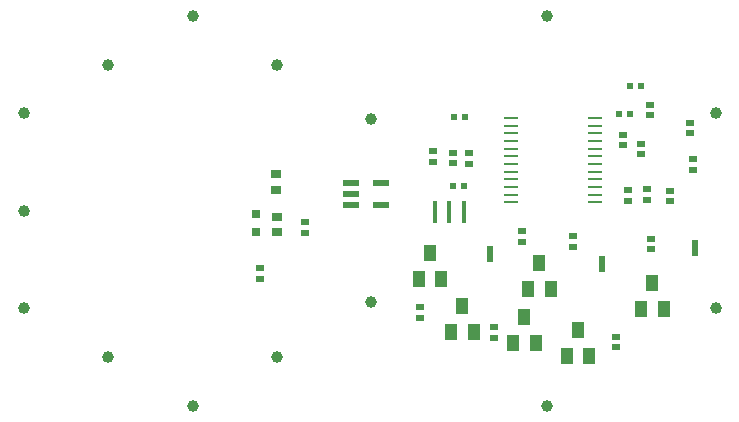
<source format=gbr>
G04*
G04 #@! TF.GenerationSoftware,Altium Limited,Altium Designer,25.8.1 (18)*
G04*
G04 Layer_Color=8421504*
%FSLAX44Y44*%
%MOMM*%
G71*
G04*
G04 #@! TF.SameCoordinates,E23997CD-C925-4744-B0FB-38551C603FD4*
G04*
G04*
G04 #@! TF.FilePolarity,Positive*
G04*
G01*
G75*
%ADD20R,1.4000X0.6000*%
%ADD21R,0.5100X0.5600*%
%ADD22R,1.0160X1.3970*%
%ADD23R,0.5588X1.3208*%
%ADD24R,0.7000X0.5100*%
%ADD25R,0.4000X1.9000*%
%ADD26R,1.1612X0.2708*%
%ADD27R,0.8900X0.6400*%
%ADD28R,0.9500X0.8000*%
G04:AMPARAMS|DCode=29|XSize=1mm|YSize=1mm|CornerRadius=0.5mm|HoleSize=0mm|Usage=FLASHONLY|Rotation=30.000|XOffset=0mm|YOffset=0mm|HoleType=Round|Shape=RoundedRectangle|*
%AMROUNDEDRECTD29*
21,1,1.0000,0.0000,0,0,30.0*
21,1,0.0000,1.0000,0,0,30.0*
1,1,1.0000,0.0000,0.0000*
1,1,1.0000,0.0000,0.0000*
1,1,1.0000,0.0000,0.0000*
1,1,1.0000,0.0000,0.0000*
%
%ADD29ROUNDEDRECTD29*%
G04:AMPARAMS|DCode=30|XSize=1mm|YSize=1mm|CornerRadius=0.5mm|HoleSize=0mm|Usage=FLASHONLY|Rotation=90.000|XOffset=0mm|YOffset=0mm|HoleType=Round|Shape=RoundedRectangle|*
%AMROUNDEDRECTD30*
21,1,1.0000,0.0000,0,0,90.0*
21,1,0.0000,1.0000,0,0,90.0*
1,1,1.0000,0.0000,0.0000*
1,1,1.0000,0.0000,0.0000*
1,1,1.0000,0.0000,0.0000*
1,1,1.0000,0.0000,0.0000*
%
%ADD30ROUNDEDRECTD30*%
G04:AMPARAMS|DCode=31|XSize=1mm|YSize=1mm|CornerRadius=0.5mm|HoleSize=0mm|Usage=FLASHONLY|Rotation=330.000|XOffset=0mm|YOffset=0mm|HoleType=Round|Shape=RoundedRectangle|*
%AMROUNDEDRECTD31*
21,1,1.0000,0.0000,0,0,330.0*
21,1,0.0000,1.0000,0,0,330.0*
1,1,1.0000,0.0000,0.0000*
1,1,1.0000,0.0000,0.0000*
1,1,1.0000,0.0000,0.0000*
1,1,1.0000,0.0000,0.0000*
%
%ADD31ROUNDEDRECTD31*%
%ADD32R,0.8000X0.8000*%
D20*
X6798Y23840D02*
D03*
Y4840D02*
D03*
X-18201D02*
D03*
Y14340D02*
D03*
Y23840D02*
D03*
D21*
X227291Y105950D02*
D03*
X218291D02*
D03*
X77098Y21026D02*
D03*
X68098D02*
D03*
X69131Y79375D02*
D03*
X217627Y82092D02*
D03*
X208627D02*
D03*
X78130Y79375D02*
D03*
D22*
X76018Y-80687D02*
D03*
X66518Y-102683D02*
D03*
X85518D02*
D03*
X141250Y-43843D02*
D03*
X131751Y-65839D02*
D03*
X150750D02*
D03*
X128566Y-90049D02*
D03*
X236984Y-61358D02*
D03*
X174168Y-100619D02*
D03*
X164669Y-122615D02*
D03*
X183668D02*
D03*
X138066Y-112045D02*
D03*
X48838Y-35386D02*
D03*
X39338Y-57383D02*
D03*
X58337D02*
D03*
X227485Y-83355D02*
D03*
X119066Y-112045D02*
D03*
X246484Y-83355D02*
D03*
D23*
X194100Y-45051D02*
D03*
X99272Y-36293D02*
D03*
X272922Y-31461D02*
D03*
D24*
X68185Y49390D02*
D03*
Y40390D02*
D03*
X81811Y48989D02*
D03*
Y39989D02*
D03*
X50952Y50683D02*
D03*
Y41684D02*
D03*
X271412Y34738D02*
D03*
X234870Y89944D02*
D03*
X232757Y18370D02*
D03*
X169638Y-30494D02*
D03*
Y-21494D02*
D03*
X126150Y-17267D02*
D03*
X235776Y-23608D02*
D03*
Y-32608D02*
D03*
X251783Y17162D02*
D03*
X205879Y-115357D02*
D03*
X271412Y43738D02*
D03*
X102896Y-98505D02*
D03*
X39778Y-81593D02*
D03*
X205879Y-106357D02*
D03*
X212220Y55546D02*
D03*
X268392Y65844D02*
D03*
X126150Y-26266D02*
D03*
X102896Y-107505D02*
D03*
X251783Y8162D02*
D03*
X39778Y-90592D02*
D03*
X227622Y47996D02*
D03*
X216146Y8766D02*
D03*
X232757Y9370D02*
D03*
X212220Y64546D02*
D03*
X-56862Y-18414D02*
D03*
Y-9414D02*
D03*
X216146Y17766D02*
D03*
X227622Y56996D02*
D03*
X-95133Y-48739D02*
D03*
Y-57738D02*
D03*
X234870Y80945D02*
D03*
X268392Y74844D02*
D03*
D25*
X77146Y-657D02*
D03*
X65146D02*
D03*
X53146D02*
D03*
D26*
X117090Y13695D02*
D03*
Y78696D02*
D03*
Y20195D02*
D03*
X188590Y39695D02*
D03*
Y7196D02*
D03*
Y59196D02*
D03*
Y20195D02*
D03*
Y26696D02*
D03*
Y13695D02*
D03*
Y65695D02*
D03*
Y72195D02*
D03*
Y33196D02*
D03*
Y78696D02*
D03*
Y52696D02*
D03*
Y46195D02*
D03*
X117090Y7196D02*
D03*
Y26696D02*
D03*
Y33196D02*
D03*
Y39695D02*
D03*
Y46195D02*
D03*
Y52696D02*
D03*
Y59196D02*
D03*
Y65695D02*
D03*
Y72195D02*
D03*
D27*
X-81626Y17355D02*
D03*
Y31356D02*
D03*
D28*
X-81026Y-5180D02*
D03*
Y-17680D02*
D03*
D29*
X290700Y82601D02*
D03*
X-295468Y-82601D02*
D03*
X-223901Y-123901D02*
D03*
X-80899Y123901D02*
D03*
D30*
X147599Y165199D02*
D03*
Y-165199D02*
D03*
X-1679Y77521D02*
D03*
X-152400Y165199D02*
D03*
X-1679Y-77521D02*
D03*
X-152400Y-165199D02*
D03*
X-80899Y-123901D02*
D03*
X-223901Y123901D02*
D03*
D31*
X290700Y-82601D02*
D03*
X-295468Y82601D02*
D03*
X-295501Y-0D02*
D03*
D32*
X-98806Y-17660D02*
D03*
Y-2660D02*
D03*
M02*

</source>
